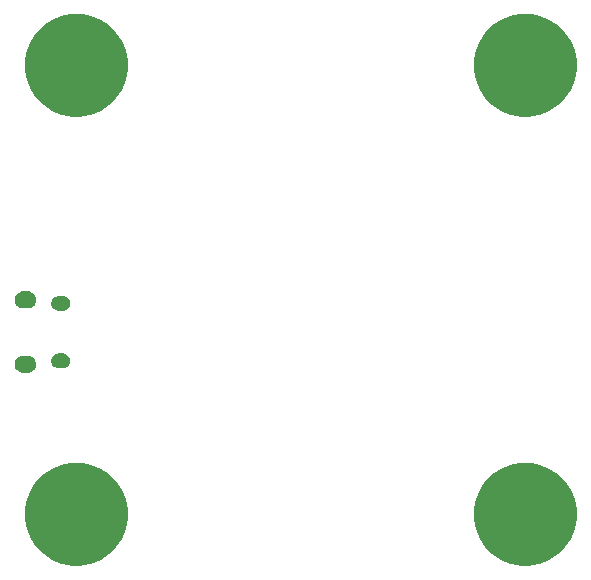
<source format=gbr>
G04 #@! TF.GenerationSoftware,KiCad,Pcbnew,5.1.5-52549c5~86~ubuntu18.04.1*
G04 #@! TF.CreationDate,2020-05-13T15:12:28-04:00*
G04 #@! TF.ProjectId,SoundBoard,536f756e-6442-46f6-9172-642e6b696361,rev?*
G04 #@! TF.SameCoordinates,Original*
G04 #@! TF.FileFunction,Soldermask,Bot*
G04 #@! TF.FilePolarity,Negative*
%FSLAX46Y46*%
G04 Gerber Fmt 4.6, Leading zero omitted, Abs format (unit mm)*
G04 Created by KiCad (PCBNEW 5.1.5-52549c5~86~ubuntu18.04.1) date 2020-05-13 15:12:28*
%MOMM*%
%LPD*%
G04 APERTURE LIST*
%ADD10C,0.100000*%
G04 APERTURE END LIST*
D10*
G36*
X104348156Y-131072794D02*
G01*
X105069140Y-131216206D01*
X105860972Y-131544193D01*
X106573601Y-132020357D01*
X107179643Y-132626399D01*
X107655807Y-133339028D01*
X107983794Y-134130860D01*
X108151000Y-134971464D01*
X108151000Y-135828536D01*
X107983794Y-136669140D01*
X107655807Y-137460972D01*
X107179643Y-138173601D01*
X106573601Y-138779643D01*
X105860972Y-139255807D01*
X105069140Y-139583794D01*
X104348156Y-139727206D01*
X104228537Y-139751000D01*
X103371463Y-139751000D01*
X103251844Y-139727206D01*
X102530860Y-139583794D01*
X101739028Y-139255807D01*
X101026399Y-138779643D01*
X100420357Y-138173601D01*
X99944193Y-137460972D01*
X99616206Y-136669140D01*
X99449000Y-135828536D01*
X99449000Y-134971464D01*
X99616206Y-134130860D01*
X99944193Y-133339028D01*
X100420357Y-132626399D01*
X101026399Y-132020357D01*
X101739028Y-131544193D01*
X102530860Y-131216206D01*
X103251844Y-131072794D01*
X103371463Y-131049000D01*
X104228537Y-131049000D01*
X104348156Y-131072794D01*
G37*
G36*
X66348156Y-131072794D02*
G01*
X67069140Y-131216206D01*
X67860972Y-131544193D01*
X68573601Y-132020357D01*
X69179643Y-132626399D01*
X69655807Y-133339028D01*
X69983794Y-134130860D01*
X70151000Y-134971464D01*
X70151000Y-135828536D01*
X69983794Y-136669140D01*
X69655807Y-137460972D01*
X69179643Y-138173601D01*
X68573601Y-138779643D01*
X67860972Y-139255807D01*
X67069140Y-139583794D01*
X66348156Y-139727206D01*
X66228537Y-139751000D01*
X65371463Y-139751000D01*
X65251844Y-139727206D01*
X64530860Y-139583794D01*
X63739028Y-139255807D01*
X63026399Y-138779643D01*
X62420357Y-138173601D01*
X61944193Y-137460972D01*
X61616206Y-136669140D01*
X61449000Y-135828536D01*
X61449000Y-134971464D01*
X61616206Y-134130860D01*
X61944193Y-133339028D01*
X62420357Y-132626399D01*
X63026399Y-132020357D01*
X63739028Y-131544193D01*
X64530860Y-131216206D01*
X65251844Y-131072794D01*
X65371463Y-131049000D01*
X66228537Y-131049000D01*
X66348156Y-131072794D01*
G37*
G36*
X61731213Y-121982502D02*
G01*
X61802321Y-121989505D01*
X61939172Y-122031019D01*
X61939175Y-122031020D01*
X62065294Y-122098432D01*
X62175843Y-122189157D01*
X62266568Y-122299706D01*
X62333980Y-122425825D01*
X62333981Y-122425828D01*
X62375495Y-122562679D01*
X62389512Y-122705000D01*
X62375495Y-122847321D01*
X62360385Y-122897130D01*
X62333980Y-122984175D01*
X62266568Y-123110294D01*
X62175843Y-123220843D01*
X62065294Y-123311568D01*
X61939175Y-123378980D01*
X61939172Y-123378981D01*
X61802321Y-123420495D01*
X61731213Y-123427498D01*
X61695660Y-123431000D01*
X61274340Y-123431000D01*
X61238787Y-123427498D01*
X61167679Y-123420495D01*
X61030828Y-123378981D01*
X61030825Y-123378980D01*
X60904706Y-123311568D01*
X60794157Y-123220843D01*
X60703432Y-123110294D01*
X60636020Y-122984175D01*
X60609615Y-122897130D01*
X60594505Y-122847321D01*
X60580488Y-122705000D01*
X60594505Y-122562679D01*
X60636019Y-122425828D01*
X60636020Y-122425825D01*
X60703432Y-122299706D01*
X60794157Y-122189157D01*
X60904706Y-122098432D01*
X61030825Y-122031020D01*
X61030828Y-122031019D01*
X61167679Y-121989505D01*
X61238787Y-121982502D01*
X61274340Y-121979000D01*
X61695660Y-121979000D01*
X61731213Y-121982502D01*
G37*
G36*
X64802818Y-121802696D02*
G01*
X64916105Y-121837062D01*
X65020512Y-121892869D01*
X65112027Y-121967973D01*
X65187131Y-122059488D01*
X65242938Y-122163895D01*
X65277304Y-122277182D01*
X65288907Y-122395000D01*
X65277304Y-122512818D01*
X65242938Y-122626105D01*
X65187131Y-122730512D01*
X65112027Y-122822027D01*
X65020512Y-122897131D01*
X64916105Y-122952938D01*
X64802818Y-122987304D01*
X64714519Y-122996000D01*
X64255481Y-122996000D01*
X64167182Y-122987304D01*
X64053895Y-122952938D01*
X63949488Y-122897131D01*
X63857973Y-122822027D01*
X63782869Y-122730512D01*
X63727062Y-122626105D01*
X63692696Y-122512818D01*
X63681093Y-122395000D01*
X63692696Y-122277182D01*
X63727062Y-122163895D01*
X63782869Y-122059488D01*
X63857973Y-121967973D01*
X63949488Y-121892869D01*
X64053895Y-121837062D01*
X64167182Y-121802696D01*
X64255481Y-121794000D01*
X64714519Y-121794000D01*
X64802818Y-121802696D01*
G37*
G36*
X64802818Y-116962696D02*
G01*
X64916105Y-116997062D01*
X65020512Y-117052869D01*
X65112027Y-117127973D01*
X65187131Y-117219488D01*
X65242938Y-117323895D01*
X65277304Y-117437182D01*
X65288907Y-117555000D01*
X65277304Y-117672818D01*
X65242938Y-117786105D01*
X65187131Y-117890512D01*
X65112027Y-117982027D01*
X65020512Y-118057131D01*
X64916105Y-118112938D01*
X64802818Y-118147304D01*
X64714519Y-118156000D01*
X64255481Y-118156000D01*
X64167182Y-118147304D01*
X64053895Y-118112938D01*
X63949488Y-118057131D01*
X63857973Y-117982027D01*
X63782869Y-117890512D01*
X63727062Y-117786105D01*
X63692696Y-117672818D01*
X63681093Y-117555000D01*
X63692696Y-117437182D01*
X63727062Y-117323895D01*
X63782869Y-117219488D01*
X63857973Y-117127973D01*
X63949488Y-117052869D01*
X64053895Y-116997062D01*
X64167182Y-116962696D01*
X64255481Y-116954000D01*
X64714519Y-116954000D01*
X64802818Y-116962696D01*
G37*
G36*
X61731213Y-116522502D02*
G01*
X61802321Y-116529505D01*
X61939172Y-116571019D01*
X61939175Y-116571020D01*
X62065294Y-116638432D01*
X62175843Y-116729157D01*
X62266568Y-116839706D01*
X62333980Y-116965825D01*
X62333981Y-116965828D01*
X62375495Y-117102679D01*
X62389512Y-117245000D01*
X62375495Y-117387321D01*
X62360369Y-117437184D01*
X62333980Y-117524175D01*
X62266568Y-117650294D01*
X62175843Y-117760843D01*
X62065294Y-117851568D01*
X61939175Y-117918980D01*
X61939172Y-117918981D01*
X61802321Y-117960495D01*
X61731213Y-117967498D01*
X61695660Y-117971000D01*
X61274340Y-117971000D01*
X61238787Y-117967498D01*
X61167679Y-117960495D01*
X61030828Y-117918981D01*
X61030825Y-117918980D01*
X60904706Y-117851568D01*
X60794157Y-117760843D01*
X60703432Y-117650294D01*
X60636020Y-117524175D01*
X60609631Y-117437184D01*
X60594505Y-117387321D01*
X60580488Y-117245000D01*
X60594505Y-117102679D01*
X60636019Y-116965828D01*
X60636020Y-116965825D01*
X60703432Y-116839706D01*
X60794157Y-116729157D01*
X60904706Y-116638432D01*
X61030825Y-116571020D01*
X61030828Y-116571019D01*
X61167679Y-116529505D01*
X61238787Y-116522502D01*
X61274340Y-116519000D01*
X61695660Y-116519000D01*
X61731213Y-116522502D01*
G37*
G36*
X104348156Y-93072794D02*
G01*
X105069140Y-93216206D01*
X105860972Y-93544193D01*
X106573601Y-94020357D01*
X107179643Y-94626399D01*
X107655807Y-95339028D01*
X107983794Y-96130860D01*
X108151000Y-96971464D01*
X108151000Y-97828536D01*
X107983794Y-98669140D01*
X107655807Y-99460972D01*
X107179643Y-100173601D01*
X106573601Y-100779643D01*
X105860972Y-101255807D01*
X105069140Y-101583794D01*
X104348156Y-101727206D01*
X104228537Y-101751000D01*
X103371463Y-101751000D01*
X103251844Y-101727206D01*
X102530860Y-101583794D01*
X101739028Y-101255807D01*
X101026399Y-100779643D01*
X100420357Y-100173601D01*
X99944193Y-99460972D01*
X99616206Y-98669140D01*
X99449000Y-97828536D01*
X99449000Y-96971464D01*
X99616206Y-96130860D01*
X99944193Y-95339028D01*
X100420357Y-94626399D01*
X101026399Y-94020357D01*
X101739028Y-93544193D01*
X102530860Y-93216206D01*
X103251844Y-93072794D01*
X103371463Y-93049000D01*
X104228537Y-93049000D01*
X104348156Y-93072794D01*
G37*
G36*
X66348156Y-93072794D02*
G01*
X67069140Y-93216206D01*
X67860972Y-93544193D01*
X68573601Y-94020357D01*
X69179643Y-94626399D01*
X69655807Y-95339028D01*
X69983794Y-96130860D01*
X70151000Y-96971464D01*
X70151000Y-97828536D01*
X69983794Y-98669140D01*
X69655807Y-99460972D01*
X69179643Y-100173601D01*
X68573601Y-100779643D01*
X67860972Y-101255807D01*
X67069140Y-101583794D01*
X66348156Y-101727206D01*
X66228537Y-101751000D01*
X65371463Y-101751000D01*
X65251844Y-101727206D01*
X64530860Y-101583794D01*
X63739028Y-101255807D01*
X63026399Y-100779643D01*
X62420357Y-100173601D01*
X61944193Y-99460972D01*
X61616206Y-98669140D01*
X61449000Y-97828536D01*
X61449000Y-96971464D01*
X61616206Y-96130860D01*
X61944193Y-95339028D01*
X62420357Y-94626399D01*
X63026399Y-94020357D01*
X63739028Y-93544193D01*
X64530860Y-93216206D01*
X65251844Y-93072794D01*
X65371463Y-93049000D01*
X66228537Y-93049000D01*
X66348156Y-93072794D01*
G37*
M02*

</source>
